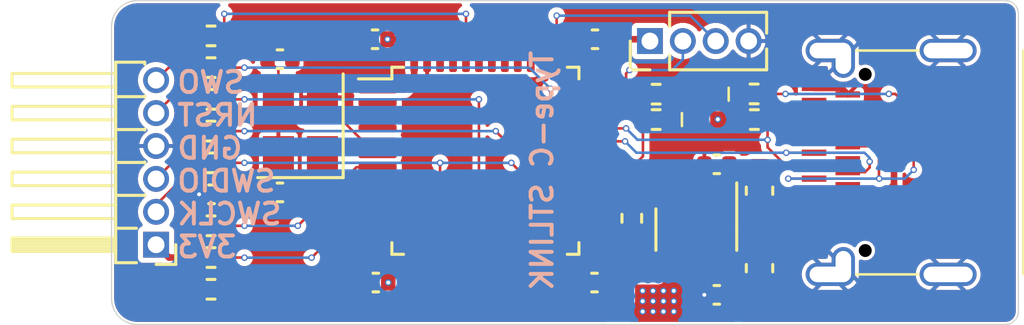
<source format=kicad_pcb>
(kicad_pcb (version 20221018) (generator pcbnew)
  (title_block (title "stlink-fake") (date "2023-03-12") (rev "V1.0.1") (company "DIY"))
  (layers (0 "F.Cu" signal) (1 "In1.Cu" power) (2 "In2.Cu" power) (31 "B.Cu" signal) (34 "B.Paste" user) (35 "F.Paste" user) (36 "B.SilkS" user "B.Silkscreen") (37 "F.SilkS" user "F.Silkscreen") (38 "B.Mask" user) (39 "F.Mask" user) (44 "Edge.Cuts" user))
  (net 0 "")
  (net 1 "+5V")
  (net 2 "GND")
  (net 3 "+3V3")
  (net 4 "Net-(U2-PD1)")
  (net 5 "Net-(U2-PD0)")
  (net 6 "/NRST")
  (net 7 "Net-(D1-A)")
  (net 8 "Net-(D2-K)")
  (net 9 "/SWCLK")
  (net 10 "/SWDIO")
  (net 11 "Net-(J2-Pin_5)")
  (net 12 "Net-(J2-Pin_6)")
  (net 13 "/STM_JTMS")
  (net 14 "/STM_JTCK")
  (net 17 "Net-(J4-CC1)")
  (net 18 "/STLINK_USB_DP+")
  (net 19 "/STLINK_USB_DM-")
  (net 28 "/LED_STLINK")
  (net 29 "/T_JTCK")
  (net 30 "/T_JTMS")
  (net 31 "/T_NRST")
  (net 32 "/SWO")
  (net 33 "/BOOT0")
  (net 34 "/T_SWDIO_IN")
  (net 35 "Net-(U2-PA0)")
  (footprint "Resistor_SMD:R_0402_1005Metric" (layer "F.Cu") (at 103.84 111.14)
    (fp_text reference "R13" hide)
    (fp_text value "4K7" hide)
    (pad "1" smd roundrect (at -0.51 0) (size 0.54 0.64) (layers "F.Cu" "F.Paste" "F.Mask") (net 2 "GND"))
    (pad "2" smd roundrect (at 0.51 0) (size 0.54 0.64) (layers "F.Cu" "F.Paste" "F.Mask") (net 35 "Net-(U2-PA0)"))
  )
  (footprint "Resistor_SMD:R_0402_1005Metric" (layer "F.Cu") (at 103.84 101.36 180)
    (fp_text reference "R9" hide)
    (fp_text value "100K" hide)
    (pad "1" smd roundrect (at -0.51 0 180) (size 0.54 0.64) (layers "F.Cu" "F.Paste" "F.Mask") (net 33 "/BOOT0"))
    (pad "2" smd roundrect (at 0.51 0 180) (size 0.54 0.64) (layers "F.Cu" "F.Paste" "F.Mask") (net 2 "GND"))
  )
  (footprint "Resistor_SMD:R_0402_1005Metric" (layer "F.Cu") (at 121.02 104.59 180)
    (fp_text reference "R2" hide)
    (fp_text value "100" hide)
    (pad "1" smd roundrect (at -0.51 0 180) (size 0.54 0.64) (layers "F.Cu" "F.Paste" "F.Mask") (net 8 "Net-(D2-K)"))
    (pad "2" smd roundrect (at 0.51 0 180) (size 0.54 0.64) (layers "F.Cu" "F.Paste" "F.Mask") (net 28 "/LED_STLINK"))
  )
  (footprint "Resistor_SMD:R_0402_1005Metric" (layer "F.Cu") (at 103.84 103.81 180)
    (fp_text reference "R6" hide)
    (fp_text value "22" hide)
    (pad "1" smd roundrect (at -0.51 0 180) (size 0.54 0.64) (layers "F.Cu" "F.Paste" "F.Mask") (net 31 "/T_NRST"))
    (pad "2" smd roundrect (at 0.51 0 180) (size 0.54 0.64) (layers "F.Cu" "F.Paste" "F.Mask") (net 11 "Net-(J2-Pin_5)"))
  )
  (footprint "Capacitor_SMD:C_0402_1005Metric" (layer "F.Cu") (at 123.36 111.355 180)
    (fp_text reference "C8" hide)
    (fp_text value "100nF" hide)
    (pad "1" smd roundrect (at -0.48 0 180) (size 0.56 0.62) (layers "F.Cu" "F.Paste" "F.Mask") (net 3 "+3V3"))
    (pad "2" smd roundrect (at 0.48 0 180) (size 0.56 0.62) (layers "F.Cu" "F.Paste" "F.Mask") (net 2 "GND"))
  )
  (footprint "Capacitor_SMD:C_0603_1608Metric" (layer "F.Cu") (at 125.01 107.335 -90)
    (fp_text reference "C2" hide)
    (fp_text value "10uF" hide)
    (pad "1" smd roundrect (at -0.775 0 270) (size 0.9 0.95) (layers "F.Cu" "F.Paste" "F.Mask") (net 1 "+5V"))
    (pad "2" smd roundrect (at 0.775 0 270) (size 0.9 0.95) (layers "F.Cu" "F.Paste" "F.Mask") (net 2 "GND"))
  )
  (footprint "Capacitor_SMD:C_0402_1005Metric" (layer "F.Cu") (at 118.64 110.88)
    (fp_text reference "C5" hide)
    (fp_text value "100nF" hide)
    (pad "1" smd roundrect (at -0.48 0) (size 0.56 0.62) (layers "F.Cu" "F.Paste" "F.Mask") (net 3 "+3V3"))
    (pad "2" smd roundrect (at 0.48 0) (size 0.56 0.62) (layers "F.Cu" "F.Paste" "F.Mask") (net 2 "GND"))
  )
  (footprint "Capacitor_SMD:C_0402_1005Metric" (layer "F.Cu") (at 106.5 107.4)
    (fp_text reference "C9" hide)
    (fp_text value "10pF" hide)
    (pad "1" smd roundrect (at -0.48 0) (size 0.56 0.62) (layers "F.Cu" "F.Paste" "F.Mask") (net 2 "GND"))
    (pad "2" smd roundrect (at 0.48 0) (size 0.56 0.62) (layers "F.Cu" "F.Paste" "F.Mask") (net 4 "Net-(U2-PD1)"))
  )
  (footprint "Resistor_SMD:R_0402_1005Metric" (layer "F.Cu") (at 124.81 104.59)
    (fp_text reference "R8" hide)
    (fp_text value "1.5K" hide)
    (pad "1" smd roundrect (at -0.51 0) (size 0.54 0.64) (layers "F.Cu" "F.Paste" "F.Mask") (net 3 "+3V3"))
    (pad "2" smd roundrect (at 0.51 0) (size 0.54 0.64) (layers "F.Cu" "F.Paste" "F.Mask") (net 18 "/STLINK_USB_DP+"))
  )
  (footprint "Resistor_SMD:R_0402_1005Metric" (layer "F.Cu") (at 103.84 106.26 180)
    (fp_text reference "R4" hide)
    (fp_text value "22" hide)
    (pad "1" smd roundrect (at -0.51 0 180) (size 0.54 0.64) (layers "F.Cu" "F.Paste" "F.Mask") (net 29 "/T_JTCK"))
    (pad "2" smd roundrect (at 0.51 0 180) (size 0.54 0.64) (layers "F.Cu" "F.Paste" "F.Mask") (net 9 "/SWCLK"))
  )
  (footprint "Capacitor_SMD:C_0402_1005Metric" (layer "F.Cu") (at 110.2 110.88 180)
    (fp_text reference "C4" hide)
    (fp_text value "100nF" hide)
    (pad "1" smd roundrect (at -0.48 0 180) (size 0.56 0.62) (layers "F.Cu" "F.Paste" "F.Mask") (net 3 "+3V3"))
    (pad "2" smd roundrect (at 0.48 0 180) (size 0.56 0.62) (layers "F.Cu" "F.Paste" "F.Mask") (net 2 "GND"))
  )
  (footprint "selfdefined_library:USB_C_Receptacle_24Pin_Hole_SMD" (layer "F.Cu") (at 127.94 106.24 90)
    (fp_text reference "J4" hide)
    (fp_text value "USB_C_Receptacle" hide)
    (pad "" np_thru_hole circle (at -3.405 1.15 90) (size 0.5 0.5) (drill 0.5) (layers "*.Mask"))
    (pad "" np_thru_hole circle (at 3.395 1.15 90) (size 0.5 0.5) (drill 0.5) (layers "*.Mask"))
    (pad "A1" smd rect (at -2.63 -0.825 90) (size 0.24 0.95) (layers "F.Cu" "F.Paste" "F.Mask") (net 2 "GND"))
    (pad "A2" smd rect (at -2.13 -0.825 90) (size 0.24 0.95) (layers "F.Cu" "F.Paste" "F.Mask"))
    (pad "A3" smd rect (at -1.63 -0.825 90) (size 0.24 0.95) (layers "F.Cu" "F.Paste" "F.Mask"))
    (pad "A4" smd rect (at -1.13 -0.825 90) (size 0.24 0.95) (layers "F.Cu" "F.Paste" "F.Mask") (net 1 "+5V"))
    (pad "A5" smd rect (at -0.63 -0.825 90) (size 0.24 0.95) (layers "F.Cu" "F.Paste" "F.Mask") (net 17 "Net-(J4-CC1)"))
    (pad "A6" smd rect (at -0.13 -0.825 90) (size 0.24 0.95) (layers "F.Cu" "F.Paste" "F.Mask") (net 18 "/STLINK_USB_DP+"))
    (pad "A7" smd rect (at 0.37 -0.825 90) (size 0.24 0.95) (layers "F.Cu" "F.Paste" "F.Mask") (net 19 "/STLINK_USB_DM-"))
    (pad "A8" smd rect (at 0.87 -0.825 90) (size 0.24 0.95) (layers "F.Cu" "F.Paste" "F.Mask"))
    (pad "A9" smd rect (at 1.37 -0.825 90) (size 0.24 0.95) (layers "F.Cu" "F.Paste" "F.Mask") (net 1 "+5V"))
    (pad "A10" smd rect (at 1.87 -0.825 90) (size 0.24 0.95) (layers "F.Cu" "F.Paste" "F.Mask"))
    (pad "A11" smd rect (at 2.37 -0.825 90) (size 0.24 0.95) (layers "F.Cu" "F.Paste" "F.Mask"))
    (pad "A12" smd rect (at 2.87 -0.825 90) (size 0.24 0.95) (layers "F.Cu" "F.Paste" "F.Mask") (net 2 "GND"))
    (pad "B1" smd rect (at 2.62 0.475 270) (size 0.24 0.95) (layers "F.Cu" "F.Paste" "F.Mask") (net 2 "GND"))
    (pad "B2" smd rect (at 2.12 0.475 270) (size 0.24 0.95) (layers "F.Cu" "F.Paste" "F.Mask"))
    (pad "B3" smd rect (at 1.62 0.475 270) (size 0.24 0.95) (layers "F.Cu" "F.Paste" "F.Mask"))
    (pad "B4" smd rect (at 1.12 0.475 270) (size 0.24 0.95) (layers "F.Cu" "F.Paste" "F.Mask") (net 1 "+5V"))
    (pad "B5" smd rect (at 0.62 0.475 270) (size 0.24 0.95) (layers "F.Cu" "F.Paste" "F.Mask") (net 17 "Net-(J4-CC1)"))
    (pad "B6" smd rect (at 0.12 0.475 270) (size 0.24 0.95) (layers "F.Cu" "F.Paste" "F.Mask") (net 18 "/STLINK_USB_DP+"))
    (pad "B7" smd rect (at -0.38 0.475 270) (size 0.24 0.95) (layers "F.Cu" "F.Paste" "F.Mask") (net 19 "/STLINK_USB_DM-"))
    (pad "B8" smd rect (at -0.88 0.475 270) (size 0.24 0.95) (layers "F.Cu" "F.Paste" "F.Mask"))
    (pad "B9" smd rect (at -1.38 0.475 270) (size 0.24 0.95) (layers "F.Cu" "F.Paste" "F.Mask") (net 1 "+5V"))
    (pad "B10" smd rect (at -1.88 0.475 270) (size 0.24 0.95) (layers "F.Cu" "F.Paste" "F.Mask"))
    (pad "B11" smd rect (at -2.38 0.475 270) (size 0.24 0.95) (layers "F.Cu" "F.Paste" "F.Mask"))
    (pad "B12" smd rect (at -2.88 0.475 270) (size 0.24 0.95) (layers "F.Cu" "F.Paste" "F.Mask") (net 2 "GND"))
    (pad "S1" thru_hole oval (at -4.325 -0.2 90) (size 0.9 1.9) (drill oval 0.6 1.6) (layers "*.Cu" "*.Mask") (net 2 "GND"))
    (pad "S1" thru_hole oval (at -4.325 4.35 90) (size 0.9 2.2) (drill oval 0.6 1.9) (layers "*.Cu" "*.Mask") (net 2 "GND"))
    (pad "S1" thru_hole oval (at -4.02 0.305 90) (size 1.5 0.9) (drill oval 1.2 0.6) (layers "*.Cu" "*.Mask") (net 2 "GND"))
    (pad "S1" thru_hole oval (at 4.01 0.305 90) (size 1.5 0.9) (drill oval 1.2 0.6) (layers "*.Cu" "*.Mask") (net 2 "GND"))
    (pad "S1" thru_hole oval (at 4.315 -0.2 90) (size 0.9 1.9) (drill oval 0.6 1.6) (layers "*.Cu" "*.Mask") (net 2 "GND"))
    (pad "S1" thru_hole oval (at 4.315 4.35 90) (size 0.9 2.2) (drill oval 0.6 1.9) (layers "*.Cu" "*.Mask") (net 2 "GND"))
  )
  (footprint "Resistor_SMD:R_0402_1005Metric" (layer "F.Cu") (at 103.84 102.585 180)
    (fp_text reference "R7" hide)
    (fp_text value "22" hide)
    (pad "1" smd roundrect (at -0.51 0 180) (size 0.54 0.64) (layers "F.Cu" "F.Paste" "F.Mask") (net 32 "/SWO"))
    (pad "2" smd roundrect (at 0.51 0 180) (size 0.54 0.64) (layers "F.Cu" "F.Paste" "F.Mask") (net 12 "Net-(J2-Pin_6)"))
  )
  (footprint "Package_TO_SOT_SMD:SOT-23-5" (layer "F.Cu") (at 122.57 108.835 -90)
    (fp_text reference "U1" hide)
    (fp_text value "Regulator_Linear_XC6220B331MR" hide)
    (pad "1" smd roundrect (at -1.1375 -0.95 270) (size 1.325 0.6) (layers "F.Cu" "F.Paste" "F.Mask") (net 1 "+5V"))
    (pad "2" smd roundrect (at -1.1375 0 270) (size 1.325 0.6) (layers "F.Cu" "F.Paste" "F.Mask") (net 2 "GND"))
    (pad "3" smd roundrect (at -1.1375 0.95 270) (size 1.325 0.6) (layers "F.Cu" "F.Paste" "F.Mask") (net 1 "+5V"))
    (pad "4" smd roundrect (at 1.1375 0.95 270) (size 1.325 0.6) (layers "F.Cu" "F.Paste" "F.Mask"))
    (pad "5" smd roundrect (at 1.1375 -0.95 270) (size 1.325 0.6) (layers "F.Cu" "F.Paste" "F.Mask") (net 3 "+3V3"))
  )
  (footprint "Resistor_SMD:R_0402_1005Metric" (layer "F.Cu") (at 103.84 109.915 180)
    (fp_text reference "R12" hide)
    (fp_text value "4K7" hide)
    (pad "1" smd roundrect (at -0.51 0 180) (size 0.54 0.64) (layers "F.Cu" "F.Paste" "F.Mask") (net 35 "Net-(U2-PA0)"))
    (pad "2" smd roundrect (at 0.51 0 180) (size 0.54 0.64) (layers "F.Cu" "F.Paste" "F.Mask") (net 3 "+3V3"))
  )
  (footprint "Capacitor_SMD:C_0603_1608Metric" (layer "F.Cu") (at 125.01 110.325 90)
    (fp_text reference "C7" hide)
    (fp_text value "10uF" hide)
    (pad "1" smd roundrect (at -0.775 0 90) (size 0.9 0.95) (layers "F.Cu" "F.Paste" "F.Mask") (net 3 "+3V3"))
    (pad "2" smd roundrect (at 0.775 0 90) (size 0.9 0.95) (layers "F.Cu" "F.Paste" "F.Mask") (net 2 "GND"))
  )
  (footprint "Connector_PinHeader_1.27mm:PinHeader_1x06_P1.27mm_Horizontal" (layer "F.Cu") (at 101.72 109.42 180)
    (fp_text reference "J2" hide)
    (fp_text value "Conn_01x06" hide)
    (pad "1" thru_hole rect (at 0 0 180) (size 1 1) (drill 0.65) (layers "*.Cu" "*.Mask") (net 3 "+3V3"))
    (pad "2" thru_hole oval (at 0 1.27 180) (size 1 1) (drill 0.65) (layers "*.Cu" "*.Mask") (net 9 "/SWCLK"))
    (pad "3" thru_hole oval (at 0 2.54 180) (size 1 1) (drill 0.65) (layers "*.Cu" "*.Mask") (net 10 "/SWDIO"))
    (pad "4" thru_hole oval (at 0 3.81 180) (size 1 1) (drill 0.65) (layers "*.Cu" "*.Mask") (net 2 "GND"))
    (pad "5" thru_hole oval (at 0 5.08 180) (size 1 1) (drill 0.65) (layers "*.Cu" "*.Mask") (net 11 "Net-(J2-Pin_5)"))
    (pad "6" thru_hole oval (at 0 6.35 180) (size 1 1) (drill 0.65) (layers "*.Cu" "*.Mask") (net 12 "Net-(J2-Pin_6)"))
  )
  (footprint "Resistor_SMD:R_0402_1005Metric" (layer "F.Cu") (at 124.8 103.6)
    (fp_text reference "R3" hide)
    (fp_text value "100K" hide)
    (pad "1" smd roundrect (at -0.51 0) (size 0.54 0.64) (layers "F.Cu" "F.Paste" "F.Mask") (net 2 "GND"))
    (pad "2" smd roundrect (at 0.51 0) (size 0.54 0.64) (layers "F.Cu" "F.Paste" "F.Mask") (net 17 "Net-(J4-CC1)"))
  )
  (footprint "LED_SMD:LED_0402_1005Metric" (layer "F.Cu") (at 122.92 103.61 180)
    (fp_text reference "D1" hide)
    (fp_text value "LED" hide)
    (pad "1" smd roundrect (at -0.485 0 180) (size 0.59 0.64) (layers "F.Cu" "F.Paste" "F.Mask") (net 2 "GND"))
    (pad "2" smd roundrect (at 0.485 0 180) (size 0.59 0.64) (layers "F.Cu" "F.Paste" "F.Mask") (net 7 "Net-(D1-A)"))
  )
  (footprint "Crystal:Crystal_SMD_3225-4Pin_3.2x2.5mm" (layer "F.Cu") (at 107.29 104.83 90)
    (fp_text reference "Y2" hide)
    (fp_text value "8M" hide)
    (pad "1" smd rect (at -1.1 0.85 90) (size 1.4 1.2) (layers "F.Cu" "F.Paste" "F.Mask") (net 4 "Net-(U2-PD1)"))
    (pad "2" smd rect (at 1.1 0.85 90) (size 1.4 1.2) (layers "F.Cu" "F.Paste" "F.Mask") (net 2 "GND"))
    (pad "3" smd rect (at 1.1 -0.85 90) (size 1.4 1.2) (layers "F.Cu" "F.Paste" "F.Mask") (net 5 "Net-(U2-PD0)"))
    (pad "4" smd rect (at -1.1 -0.85 90) (size 1.4 1.2) (layers "F.Cu" "F.Paste" "F.Mask") (net 2 "GND"))
  )
  (footprint "Resistor_SMD:R_0402_1005Metric" (layer "F.Cu") (at 121.02 103.61 180)
    (fp_text reference "R1" hide)
    (fp_text value "100" hide)
    (pad "1" smd roundrect (at -0.51 0 180) (size 0.54 0.64) (layers "F.Cu" "F.Paste" "F.Mask") (net 7 "Net-(D1-A)"))
    (pad "2" smd roundrect (at 0.51 0 180) (size 0.54 0.64) (layers "F.Cu" "F.Paste" "F.Mask") (net 28 "/LED_STLINK"))
  )
  (footprint "Resistor_SMD:R_0402_1005Metric" (layer "F.Cu") (at 103.84 108.69)
    (fp_text reference "R11" hide)
    (fp_text value "100K" hide)
    (pad "1" smd roundrect (at -0.51 0) (size 0.54 0.64) (layers "F.Cu" "F.Paste" "F.Mask") (net 3 "+3V3"))
    (pad "2" smd roundrect (at 0.51 0) (size 0.54 0.64) (layers "F.Cu" "F.Paste" "F.Mask") (net 6 "/NRST"))
  )
  (footprint "Capacitor_SMD:C_0402_1005Metric" (layer "F.Cu") (at 110.17 101.49 180)
    (fp_text reference "C6" hide)
    (fp_text value "100nF" hide)
    (pad "1" smd roundrect (at -0.48 0 180) (size 0.56 0.62) (layers "F.Cu" "F.Paste" "F.Mask") (net 3 "+3V3"))
    (pad "2" smd roundrect (at 0.48 0 180) (size 0.56 0.62) (layers "F.Cu" "F.Paste" "F.Mask") (net 2 "GND"))
  )
  (footprint "Package_QFP:LQFP-48_7x7mm_P0.5mm" (layer "F.Cu") (at 114.43 106.18)
    (fp_text reference "U2" hide)
    (fp_text value "MCU_ST_STM32F1_STM32F103C8Tx" hide)
    (pad "1" smd roundrect (at -4.1625 -2.75) (size 1.475 0.3) (layers "F.Cu" "F.Paste" "F.Mask") (net 3 "+3V3"))
    (pad "2" smd roundrect (at -4.1625 -2.25) (size 1.475 0.3) (layers "F.Cu" "F.Paste" "F.Mask"))
    (pad "3" smd roundrect (at -4.1625 -1.75) (size 1.475 0.3) (layers "F.Cu" "F.Paste" "F.Mask"))
    (pad "4" smd roundrect (at -4.1625 -1.25) (size 1.475 0.3) (layers "F.Cu" "F.Paste" "F.Mask"))
    (pad "5" smd roundrect (at -4.1625 -0.75) (size 1.475 0.3) (layers "F.Cu" "F.Paste" "F.Mask") (net 5 "Net-(U2-PD0)"))
    (pad "6" smd roundrect (at -4.1625 -0.25) (size 1.475 0.3) (layers "F.Cu" "F.Paste" "F.Mask") (net 4 "Net-(U2-PD1)"))
    (pad "7" smd roundrect (at -4.1625 0.25) (size 1.475 0.3) (layers "F.Cu" "F.Paste" "F.Mask") (net 6 "/NRST"))
    (pad "8" smd roundrect (at -4.1625 0.75) (size 1.475 0.3) (layers "F.Cu" "F.Paste" "F.Mask") (net 2 "GND"))
    (pad "9" smd roundrect (at -4.1625 1.25) (size 1.475 0.3) (layers "F.Cu" "F.Paste" "F.Mask") (net 3 "+3V3"))
    (pad "10" smd roundrect (at -4.1625 1.75) (size 1.475 0.3) (layers "F.Cu" "F.Paste" "F.Mask") (net 35 "Net-(U2-PA0)"))
    (pad "11" smd roundrect (at -4.1625 2.25) (size 1.475 0.3) (layers "F.Cu" "F.Paste" "F.Mask"))
    (pad "12" smd roundrect (at -4.1625 2.75) (size 1.475 0.3) (layers "F.Cu" "F.Paste" "F.Mask"))
    (pad "13" smd roundrect (at -2.75 4.1625) (size 0.3 1.475) (layers "F.Cu" "F.Paste" "F.Mask"))
    (pad "14" smd roundrect (at -2.25 4.1625) (size 0.3 1.475) (layers "F.Cu" "F.Paste" "F.Mask"))
    (pad "15" smd roundrect (at -1.75 4.1625) (size 0.3 1.475) (layers "F.Cu" "F.Paste" "F.Mask") (net 29 "/T_JTCK"))
    (pad "16" smd roundrect (at -1.25 4.1625) (size 0.3 1.475) (layers "F.Cu" "F.Paste" "F.Mask"))
    (pad "17" smd roundrect (at -0.75 4.1625) (size 0.3 1.475) (layers "F.Cu" "F.Paste" "F.Mask"))
    (pad "18" smd roundrect (at -0.25 4.1625) (size 0.3 1.475) (layers "F.Cu" "F.Paste" "F.Mask") (net 31 "/T_NRST"))
    (pad "19" smd roundrect (at 0.25 4.1625) (size 0.3 1.475) (layers "F.Cu" "F.Paste" "F.Mask"))
    (pad "20" smd roundrect (at 0.75 4.1625) (size 0.3 1.475) (layers "F.Cu" "F.Paste" "F.Mask") (net 2 "GND"))
    (pad "21" smd roundrect (at 1.25 4.1625) (size 0.3 1.475) (layers "F.Cu" "F.Paste" "F.Mask"))
    (pad "22" smd roundrect (at 1.75 4.1625) (size 0.3 1.475) (layers "F.Cu" "F.Paste" "F.Mask"))
    (pad "23" smd roundrect (at 2.25 4.1625) (size 0.3 1.475) (layers "F.Cu" "F.Paste" "F.Mask") (net 2 "GND"))
    (pad "24" smd roundrect (at 2.75 4.1625) (size 0.3 1.475) (layers "F.Cu" "F.Paste" "F.Mask") (net 3 "+3V3"))
    (pad "25" smd roundrect (at 4.1625 2.75) (size 1.475 0.3) (layers "F.Cu" "F.Paste" "F.Mask") (net 34 "/T_SWDIO_IN"))
    (pad "26" smd roundrect (at 4.1625 2.25) (size 1.475 0.3) (layers "F.Cu" "F.Paste" "F.Mask") (net 29 "/T_JTCK"))
    (pad "27" smd roundrect (at 4.1625 1.75) (size 1.475 0.3) (layers "F.Cu" "F.Paste" "F.Mask") (net 30 "/T_JTMS"))
    (pad "28" smd roundrect (at 4.1625 1.25) (size 1.475 0.3) (layers "F.Cu" "F.Paste" "F.Mask"))
    (pad "29" smd roundrect (at 4.1625 0.75) (size 1.475 0.3) (layers "F.Cu" "F.Paste" "F.Mask"))
    (pad "30" smd roundrect (at 4.1625 0.25) (size 1.475 0.3) (layers "F.Cu" "F.Paste" "F.Mask") (net 28 "/LED_STLINK"))
    (pad "31" smd roundrect (at 4.1625 -0.25) (size 1.475 0.3) (layers "F.Cu" "F.Paste" "F.Mask") (net 32 "/SWO"))
    (pad "32" smd roundrect (at 4.1625 -0.75) (size 1.475 0.3) (layers "F.Cu" "F.Paste" "F.Mask") (net 19 "/STLINK_USB_DM-"))
    (pad "33" smd roundrect (at 4.1625 -1.25) (size 1.475 0.3) (layers "F.Cu" "F.Paste" "F.Mask") (net 18 "/STLINK_USB_DP+"))
    (pad "34" smd roundrect (at 4.1625 -1.75) (size 1.475 0.3) (layers "F.Cu" "F.Paste" "F.Mask") (net 13 "/STM_JTMS"))
    (pad "35" smd roundrect (at 4.1625 -2.25) (size 1.475 0.3) (layers "F.Cu" "F.Paste" "F.Mask") (net 2 "GND"))
    (pad "36" smd roundrect (at 4.1625 -2.75) (size 1.475 0.3) (layers "F.Cu" "F.Paste" "F.Mask") (net 3 "+3V3"))
    (pad "37" smd roundrect (at 2.75 -4.1625) (size 0.3 1.475) (layers "F.Cu" "F.Paste" "F.Mask") (net 14 "/STM_JTCK"))
    (pad "38" smd roundrect (at 2.25 -4.1625) (size 0.3 1.475) (layers "F.Cu" "F.Paste" "F.Mask"))
    (pad "39" smd roundrect (at 1.75 -4.1625) (size 0.3 1.475) (layers "F.Cu" "F.Paste" "F.Mask"))
    (pad "40" smd roundrect (at 1.25 -4.1625) (size 0.3 1.475) (layers "F.Cu" "F.Paste" "F.Mask"))
    (pad "41" smd roundrect (at 0.75 -4.1625) (size 0.3 1.475) (layers "F.Cu" "F.Paste" "F.Mask"))
    (pad "42" smd roundrect (at 0.25 -4.1625) (size 0.3 1.475) (layers "F.Cu" "F.Paste" "F.Mask"))
    (pad "43" smd roundrect (at -0.25 -4.1625) (size 0.3 1.475) (layers "F.Cu" "F.Paste" "F.Mask"))
    (pad "44" smd roundrect (at -0.75 -4.1625) (size 0.3 1.475) (layers "F.Cu" "F.Paste" "F.Mask") (net 33 "/BOOT0"))
    (pad "45" smd roundrect (at -1.25 -4.1625) (size 0.3 1.475) (layers "F.Cu" "F.Paste" "F.Mask"))
    (pad "46" smd roundrect (at -1.75 -4.1625) (size 0.3 1.475) (layers "F.Cu" "F.Paste" "F.Mask"))
    (pad "47" smd roundrect (at -2.25 -4.1625) (size 0.3 1.475) (layers "F.Cu" "F.Paste" "F.Mask") (net 2 "GND"))
    (pad "48" smd roundrect (at -2.75 -4.1625) (size 0.3 1.475) (layers "F.Cu" "F.Paste" "F.Mask") (net 3 "+3V3"))
  )
  (footprint "Resistor_SMD:R_0402_1005Metric" (layer "F.Cu") (at 120.08 108.4 90)
    (fp_text reference "R10" hide)
    (fp_text value "100" hide)
    (pad "1" smd roundrect (at -0.51 0 90) (size 0.54 0.64) (layers "F.Cu" "F.Paste" "F.Mask") (net 34 "/T_SWDIO_IN"))
    (pad "2" smd roundrect (at 0.51 0 90) (size 0.54 0.64) (layers "F.Cu" "F.Paste" "F.Mask") (net 30 "/T_JTMS"))
  )
  (footprint "Connector_PinHeader_1.27mm:PinHeader_1x04_P1.27mm_Vertical" (layer "F.Cu") (at 120.78 101.56 90)
    (fp_text reference "J3" hide)
    (fp_text value "Conn_01x04" hide)
    (pad "1" thru_hole rect (at 0 0 90) (size 1 1) (drill 0.65) (layers "*.Cu" "*.Mask") (net 3 "+3V3"))
    (pad "2" thru_hole oval (at 0 1.27 90) (size 1 1) (drill 0.65) (layers "*.Cu" "*.Mask") (net 13 "/STM_JTMS"))
    (pad "3" thru_hole oval (at 0 2.54 90) (size 1 1) (drill 0.65) (layers "*.Cu" "*.Mask") (net 14 "/STM_JTCK"))
    (pad "4" thru_hole oval (at 0 3.81 90) (size 1 1) (drill 0.65) (layers "*.Cu" "*.Mask") (net 2 "GND"))
  )
  (footprint "Capacitor_SMD:C_0402_1005Metric" (layer "F.Cu") (at 118.66 101.49 180)
    (fp_text reference "C3" hide)
    (fp_text value "100nF" hide)
    (pad "1" smd roundrect (at -0.48 0 180) (size 0.56 0.62) (layers "F.Cu" "F.Paste" "F.Mask") (net 3 "+3V3"))
    (pad "2" smd roundrect (at 0.48 0 180) (size 0.56 0.62) (layers "F.Cu" "F.Paste" "F.Mask") (net 2 "GND"))
  )
  (footprint "Capacitor_SMD:C_0402_1005Metric" (layer "F.Cu") (at 123.36 106.315 180)
    (fp_text reference "C1" hide)
    (fp_text value "100nF" hide)
    (pad "1" smd roundrect (at -0.48 0 180) (size 0.56 0.62) (layers "F.Cu" "F.Paste" "F.Mask") (net 1 "+5V"))
    (pad "2" smd roundrect (at 0.48 0 180) (size 0.56 0.62) (layers "F.Cu" "F.Paste" "F.Mask") (net 2 "GND"))
  )
  (footprint "Capacitor_SMD:C_0402_1005Metric" (layer "F.Cu") (at 103.86 107.475 180)
    (fp_text reference "C11" hide)
    (fp_text value "100nF" hide)
    (pad "1" smd roundrect (at -0.48 0 180) (size 0.56 0.62) (layers "F.Cu" "F.Paste" "F.Mask") (net 6 "/NRST"))
    (pad "2" smd roundrect (at 0.48 0 180) (size 0.56 0.62) (layers "F.Cu" "F.Paste" "F.Mask") (net 2 "GND"))
  )
  (footprint "Resistor_SMD:R_0402_1005Metric" (layer "F.Cu") (at 103.84 105.035 180)
    (fp_text reference "R5" hide)
    (fp_text value "22" hide)
    (pad "1" smd roundrect (at -0.51 0 180) (size 0.54 0.64) (layers "F.Cu" "F.Paste" "F.Mask") (net 30 "/T_JTMS"))
    (pad "2" smd roundrect (at 0.51 0 180) (size 0.54 0.64) (layers "F.Cu" "F.Paste" "F.Mask") (net 10 "/SWDIO"))
  )
  (footprint "Capacitor_SMD:C_0402_1005Metric" (layer "F.Cu") (at 106.5 102.26 180)
    (fp_text reference "C10" hide)
    (fp_text value "10pF" hide)
    (pad "1" smd roundrect (at -0.48 0 180) (size 0.56 0.62) (layers "F.Cu" "F.Paste" "F.Mask") (net 2 "GND"))
    (pad "2" smd roundrect (at 0.48 0 180) (size 0.56 0.62) (layers "F.Cu" "F.Paste" "F.Mask") (net 5 "Net-(U2-PD0)"))
  )
  (footprint "LED_SMD:LED_0402_1005Metric" (layer "F.Cu") (at 122.915 104.59)
    (fp_text reference "D2" hide)
    (fp_text value "LED" hide)
    (pad "1" smd roundrect (at -0.485 0) (size 0.59 0.64) (layers "F.Cu" "F.Paste" "F.Mask") (net 8 "Net-(D2-K)"))
    (pad "2" smd roundrect (at 0.485 0) (size 0.59 0.64) (layers "F.Cu" "F.Paste" "F.Mask") (net 3 "+3V3"))
  )
  (gr_arc (start 135 112) (mid 134.853553 112.353553) (end 134.5 112.5) (stroke (width 0.05)) (layer "Edge.Cuts"))
  (gr_line (start 101 100) (end 134.5 100) (stroke (width 0.05)) (layer "Edge.Cuts"))
  (gr_arc (start 134.5 100) (mid 134.853553 100.146447) (end 135 100.5) (stroke (width 0.05)) (layer "Edge.Cuts"))
  (gr_line (start 135 100.5) (end 135 112) (stroke (width 0.05)) (layer "Edge.Cuts"))
  (gr_arc (start 100 101) (mid 100.292893 100.292893) (end 101 100) (stroke (width 0.05)) (layer "Edge.Cuts"))
  (gr_line (start 134.5 112.5) (end 101 112.5) (stroke (width 0.05)) (layer "Edge.Cuts"))
  (gr_line (start 100 111.5) (end 100 101) (stroke (width 0.05)) (layer "Edge.Cuts"))
  (gr_arc (start 101 112.5) (mid 100.292893 112.207107) (end 100 111.5) (stroke (width 0.05)) (layer "Edge.Cuts"))
  (gr_text "3V3" (at 104.902 109.982) (layer "B.SilkS") (effects (font (size 0.8128 0.8128) (thickness 0.1524) bold) (justify left bottom mirror)))
  (gr_text "Type-C STLINK" (at 117.094 101.854 90) (layer "B.SilkS") (effects (font (size 0.8128 0.8128) (thickness 0.1524) bold) (justify left bottom mirror)))
  (gr_text "SWCLK" (at 106.643714 108.712) (layer "B.SilkS") (effects (font (size 0.8128 0.8128) (thickness 0.1524) bold) (justify left bottom mirror)))
  (gr_text "SWDIO" (at 106.411486 107.442) (layer "B.SilkS") (effects (font (size 0.8128 0.8128) (thickness 0.1524) bold) (justify left bottom mirror)))
  (gr_text "SWO" (at 105.211638 103.632) (layer "B.SilkS") (effects (font (size 0.8128 0.8128) (thickness 0.1524) bold) (justify left bottom mirror)))
  (gr_text "GND" (at 105.134229 106.172) (layer "B.SilkS") (effects (font (size 0.8128 0.8128) (thickness 0.1524) bold) (justify left bottom mirror)))
  (gr_text "NRST" (at 105.7148 104.902) (layer "B.SilkS") (effects (font (size 0.8128 0.8128) (thickness 0.1524) bold) (justify left bottom mirror)))
  (segment (start 123.52 107.6975) (end 123.52 108.08458) (width 0.254) (layer "F.Cu") (net 1))
  (segment (start 128.318 107.523) (end 127.268 107.523) (width 0.254) (layer "F.Cu") (net 1))
  (segment (start 123.52 108.08458) (end 122.91758 108.687) (width 0.254) (layer "F.Cu") (net 1))
  (segment (start 122.22242 108.687) (end 121.62 108.08458) (width 0.254) (layer "F.Cu") (net 1))
  (segment (start 127.268 107.523) (end 127.115 107.37) (width 0.254) (layer "F.Cu") (net 1))
  (segment (start 125.82 107.37) (end 125.01 106.56) (width 0.254) (layer "F.Cu") (net 1))
  (segment (start 130.2 107.1) (end 129.68 107.62) (width 0.254) (layer "F.Cu") (net 1))
  (segment (start 127.115 104.87) (end 127.212 104.967) (width 0.254) (layer "F.Cu") (net 1))
  (segment (start 130.2 105.58) (end 130.2 107.1) (width 0.254) (layer "F.Cu") (net 1))
  (segment (start 123.8725 107.6975) (end 125.01 106.56) (width 0.254) (layer "F.Cu") (net 1))
  (segment (start 127.115 107.37) (end 125.82 107.37) (width 0.254) (layer "F.Cu") (net 1))
  (segment (start 121.62 108.08458) (end 121.62 107.6975) (width 0.254) (layer "F.Cu") (net 1))
  (segment (start 128.415 107.62) (end 128.318 107.523) (width 0.254) (layer "F.Cu") (net 1))
  (segment (start 127.212 104.967) (end 128.262 104.967) (width 0.254) (layer "F.Cu") (net 1))
  (segment (start 129.74 105.12) (end 130.2 105.58) (width 0.254) (layer "F.Cu") (net 1))
  (segment (start 123.84 106.315) (end 124.765 106.315) (width 0.254) (layer "F.Cu") (net 1))
  (segment (start 128.415 105.12) (end 129.74 105.12) (width 0.254) (layer "F.Cu") (net 1))
  (segment (start 129.68 107.62) (end 128.415 107.62) (width 0.254) (layer "F.Cu") (net 1))
  (segment (start 128.262 104.967) (end 128.415 105.12) (width 0.254) (layer "F.Cu") (net 1))
  (segment (start 123.52 107.6975) (end 123.8725 107.6975) (width 0.254) (layer "F.Cu") (net 1))
  (segment (start 124.765 106.315) (end 125.01 106.56) (width 0.254) (layer "F.Cu") (net 1))
  (segment (start 122.91758 108.687) (end 122.22242 108.687) (width 0.254) (layer "F.Cu") (net 1))
  (segment (start 124.28 103.61) (end 124.29 103.6) (width 0.254) (layer "F.Cu") (net 2))
  (segment (start 127.365 109.12) (end 128.415 109.12) (width 0.254) (layer "F.Cu") (net 2))
  (segment (start 127.115 108.87) (end 127.365 109.12) (width 0.254) (layer "F.Cu") (net 2))
  (segment (start 122.57 106.625) (end 122.88 106.315) (width 0.1) (layer "F.Cu") (net 2))
  (segment (start 123.405 103.61) (end 124.28 103.61) (width 0.254) (layer "F.Cu") (net 2))
  (segment (start 125.01 108.11) (end 125.01 109.55) (width 0.254) (layer "F.Cu") (net 2))
  (segment (start 122.57 107.69) (end 122.57 106.625) (width 0.1) (layer "F.Cu") (net 2))
  (segment (start 125.77 108.87) (end 125.01 108.11) (width 0.254) (layer "F.Cu") (net 2))
  (segment (start 128.165 103.37) (end 127.115 103.37) (width 0.254) (layer "F.Cu") (net 2))
  (segment (start 128.415 103.62) (end 128.165 103.37) (width 0.254) (layer "F.Cu") (net 2))
  (segment (start 127.115 108.87) (end 125.77 108.87) (width 0.254) (layer "F.Cu") (net 2))
  (via micro (at 122.88 111.355) (size 0.25) (drill 0.15) (layers "F.Cu" "B.Cu") (net 2))
  (via micro (at 103.38 107.475) (size 0.25) (drill 0.15) (layers "F.Cu" "B.Cu") (net 2))
  (segment (start 110.68 110.88) (end 110.68 110.036486) (width 0.254) (layer "F.Cu") (net 3))
  (segment (start 119.14 102.8825) (end 118.5925 103.43) (width 0.254) (layer "F.Cu") (net 3))
  (segment (start 111.332 109.384486) (end 111.332 107.688486) (width 0.254) (layer "F.Cu") (net 3))
  (segment (start 118.16 110.88) (end 117.7175 110.88) (width 0.254) (layer "F.Cu") (net 3))
  (segment (start 111.332 107.688486) (end 111.073514 107.43) (width 0.254) (layer "F.Cu") (net 3))
  (segment (start 111.68 103.06) (end 111.31 103.43) (width 0.254) (layer "F.Cu") (net 3))
  (segment (start 102.215 109.915) (end 103.33 109.915) (width 0.254) (layer "F.Cu") (net 3))
  (segment (start 103.33 108.69) (end 103.33 109.915) (width 0.254) (layer "F.Cu") (net 3))
  (segment (start 124.755 111.355) (end 125.01 111.1) (width 0.254) (layer "F.Cu") (net 3))
  (segment (start 118.16 110.88) (end 118.16 110.890438) (width 0.254) (layer "F.Cu") (net 3))
  (segment (start 119.269562 112) (end 120.5 112) (width 0.254) (layer "F.Cu") (net 3))
  (segment (start 123.84 111.355) (end 124.755 111.355) (width 0.254) (layer "F.Cu") (net 3))
  (segment (start 123.52 109.9725) (end 123.8825 109.9725) (width 0.254) (layer "F.Cu") (net 3))
  (segment (start 123.8825 109.9725) (end 125.01 111.1) (width 0.254) (layer "F.Cu") (net 3))
  (segment (start 111.1525 101.49) (end 111.68 102.0175) (width 0.254) (layer "F.Cu") (net 3))
  (segment (start 119.14 101.49) (end 120.71 101.49) (width 0.254) (layer "F.Cu") (net 3))
  (segment (start 118.16 110.890438) (end 119.269562 112) (width 0.254) (layer "F.Cu") (net 3))
  (segment (start 111.68 102.0175) (end 111.68 103.06) (width 0.254) (layer "F.Cu") (net 3))
  (segment (start 117.7175 110.88) (end 117.18 110.3425) (width 0.254) (layer "F.Cu") (net 3))
  (segment (start 111.31 103.43) (end 110.2675 103.43) (width 0.254) (layer "F.Cu") (net 3))
  (segment (start 123.4 104.59) (end 124.3 104.59) (width 0.254) (layer "F.Cu") (net 3))
  (segment (start 111.073514 107.43) (end 110.2675 107.43) (width 0.254) (layer "F.Cu") (net 3))
  (segment (start 120.71 101.49) (end 120.78 101.56) (width 0.254) (layer "F.Cu") (net 3))
  (segment (start 110.68 110.036486) (end 111.332 109.384486) (width 0.254) (layer "F.Cu") (net 3))
  (segment (start 110.65 101.49) (end 111.1525 101.49) (width 0.254) (layer "F.Cu") (net 3))
  (segment (start 101.72 109.42) (end 102.215 109.915) (width 0.254) (layer "F.Cu") (net 3))
  (segment (start 119.14 101.49) (end 119.14 102.8825) (width 0.254) (layer "F.Cu") (net 3))
  (via micro (at 121.7 111.2) (size 0.25) (drill 0.15) (layers "F.Cu" "B.Cu") (net 3))
  (via micro (at 121.3 111.6) (size 0.25) (drill 0.15) (layers "F.Cu" "B.Cu") (net 3))
  (via micro (at 120.9 111.2) (size 0.25) (drill 0.15) (layers "F.Cu" "B.Cu") (net 3))
  (via micro (at 120.5 111.2) (size 0.25) (drill 0.15) (layers "F.Cu" "B.Cu") (net 3))
  (via micro (at 110.68 110.88) (size 0.25) (drill 0.15) (layers "F.Cu" "B.Cu") (net 3))
  (via micro (at 110.65 101.49) (size 0.25) (drill 0.15) (layers "F.Cu" "B.Cu") (net 3))
  (via micro (at 121.7 112) (size 0.25) (drill 0.15) (layers "F.Cu" "B.Cu") (net 3))
  (via micro (at 123.4 104.58) (size 0.25) (drill 0.15) (layers "F.Cu" "B.Cu") (net 3))
  (via micro (at 121.3 111.2) (size 0.25) (drill 0.15) (layers "F.Cu" "B.Cu") (net 3))
  (via micro (at 120.5 112) (size 0.25) (drill 0.15) (layers "F.Cu" "B.Cu") (net 3))
  (via micro (at 121.3 112) (size 0.25) (drill 0.15) (layers "F.Cu" "B.Cu") (net 3))
  (via micro (at 121.7 111.6) (size 0.25) (drill 0.15) (layers "F.Cu" "B.Cu") (net 3))
  (via micro (at 120.9 111.6) (size 0.25) (drill 0.15) (layers "F.Cu" "B.Cu") (net 3))
  (via micro (at 120.5 111.6) (size 0.25) (drill 0.15) (layers "F.Cu" "B.Cu") (net 3))
  (via micro (at 120.9 112) (size 0.25) (drill 0.15) (layers "F.Cu" "B.Cu") (net 3))
  (segment (start 108.14 106.24) (end 106.98 107.4) (width 0.1) (layer "F.Cu") (net 4))
  (segment (start 108.14 105.93) (end 108.14 106.24) (width 0.1) (layer "F.Cu") (net 4))
  (segment (start 110.2675 105.93) (end 108.14 105.93) (width 0.1) (layer "F.Cu") (net 4))
  (segment (start 108.961802 104.68) (end 107.39 104.68) (width 0.1) (layer "F.Cu") (net 5))
  (segment (start 109.711802 105.43) (end 108.961802 104.68) (width 0.1) (layer "F.Cu") (net 5))
  (segment (start 106.02 102.26) (end 106.44 102.68) (width 0.1) (layer "F.Cu") (net 5))
  (segment (start 110.2675 105.43) (end 109.711802 105.43) (width 0.1) (layer "F.Cu") (net 5))
  (segment (start 107.39 104.68) (end 106.44 103.73) (width 0.1) (layer "F.Cu") (net 5))
  (segment (start 106.44 102.68) (end 106.44 103.73) (width 0.1) (layer "F.Cu") (net 5))
  (segment (start 107.19 108.69) (end 109.45 106.43) (width 0.1) (layer "F.Cu") (net 6))
  (segment (start 104.34 107.475) (end 104.34 108.68) (width 0.1) (layer "F.Cu") (net 6))
  (segment (start 104.34 108.68) (end 104.35 108.69) (width 0.1) (layer "F.Cu") (net 6))
  (segment (start 109.45 106.43) (end 110.2675 106.43) (width 0.1) (layer "F.Cu") (net 6))
  (segment (start 104.35 108.69) (end 105.13 108.69) (width 0.1) (layer "F.Cu") (net 6))
  (via micro (at 107.19 108.69) (size 0.25) (drill 0.15) (layers "F.Cu" "B.Cu") (net 6))
  (via micro (at 105.13 108.69) (size 0.25) (drill 0.15) (layers "F.Cu" "B.Cu") (net 6))
  (segment (start 107.19 108.69) (end 105.13 108.69) (width 0.1) (layer "B.Cu") (net 6))
  (segment (start 121.53 103.61) (end 122.435 103.61) (width 0.1) (layer "F.Cu") (net 7))
  (segment (start 121.53 104.59) (end 122.43 104.59) (width 0.1) (layer "F.Cu") (net 8))
  (segment (start 103.33 106.27) (end 101.72 107.88) (width 0.1) (layer "F.Cu") (net 9))
  (segment (start 101.72 107.88) (end 101.72 108.15) (width 0.1) (layer "F.Cu") (net 9))
  (segment (start 103.33 106.26) (end 103.33 106.27) (width 0.1) (layer "F.Cu") (net 9))
  (segment (start 103.33 105.27) (end 101.72 106.88) (width 0.1) (layer "F.Cu") (net 10))
  (segment (start 103.33 105.035) (end 103.33 105.27) (width 0.1) (layer "F.Cu") (net 10))
  (segment (start 103.33 103.81) (end 102.25 103.81) (width 0.1) (layer "F.Cu") (net 11))
  (segment (start 102.25 103.81) (end 101.72 104.34) (width 0.1) (layer "F.Cu") (net 11))
  (segment (start 102.205 102.585) (end 101.72 103.07) (width 0.1) (layer "F.Cu") (net 12))
  (segment (start 103.33 102.585) (end 102.205 102.585) (width 0.1) (layer "F.Cu") (net 12))
  (segment (start 119.86 102.81) (end 119.99 102.68) (width 0.1) (layer "F.Cu") (net 13))
  (segment (start 118.5925 104.43) (end 119.55 104.43) (width 0.1) (layer "F.Cu") (net 13))
  (segment (start 119.55 104.43) (end 119.86 104.12) (width 0.1) (layer "F.Cu") (net 13))
  (segment (start 119.86 104.12) (end 119.86 102.81) (width 0.1) (layer "F.Cu") (net 13))
  (via micro (at 119.99 102.68) (size 0.25) (drill 0.15) (layers "F.Cu" "B.Cu") (net 13))
  (segment (start 121.637106 102.68) (end 122.05 102.267106) (width 0.1) (layer "B.Cu") (net 13))
  (segment (start 122.05 102.267106) (end 122.05 101.56) (width 0.1) (layer "B.Cu") (net 13))
  (segment (start 119.99 102.68) (end 121.637106 102.68) (width 0.1) (layer "B.Cu") (net 13))
  (segment (start 117.18 102.0175) (end 117.18 100.58) (width 0.1) (layer "F.Cu") (net 14))
  (via micro (at 117.18 100.58) (size 0.25) (drill 0.15) (layers "F.Cu" "B.Cu") (net 14))
  (segment (start 122.34 100.58) (end 117.18 100.58) (width 0.1) (layer "B.Cu") (net 14))
  (segment (start 123.32 101.56) (end 122.34 100.58) (width 0.1) (layer "B.Cu") (net 14))
  (segment (start 130.25 103.6) (end 130 103.6) (width 0.1) (layer "F.Cu") (net 17))
  (segment (start 125.31 103.6) (end 126.01 103.6) (width 0.1) (layer "F.Cu") (net 17))
  (segment (start 130.96 104.31) (end 130.25 103.6) (width 0.1) (layer "F.Cu") (net 17))
  (segment (start 129.62 106.86) (end 129.62 105.92) (width 0.1) (layer "F.Cu") (net 17))
  (segment (start 130.96 106.53) (end 130.96 104.31) (width 0.1) (layer "F.Cu") (net 17))
  (segment (start 127.115 106.87) (end 126.12 106.87) (width 0.1) (layer "F.Cu") (net 17))
  (segment (start 129.32 105.62) (end 128.415 105.62) (width 0.1) (layer "F.Cu") (net 17))
  (segment (start 129.62 105.92) (end 129.32 105.62) (width 0.1) (layer "F.Cu") (net 17))
  (segment (start 128.44 105.595) (end 128.415 105.62) (width 0.1) (layer "F.Cu") (net 17))
  (segment (start 129.63 106.87) (end 129.62 106.86) (width 0.1) (layer "F.Cu") (net 17))
  (via micro (at 126.01 103.6) (size 0.25) (drill 0.15) (layers "F.Cu" "B.Cu") (net 17))
  (via micro (at 126.12 106.87) (size 0.25) (drill 0.15) (layers "F.Cu" "B.Cu") (net 17))
  (via micro (at 129.63 106.87) (size 0.25) (drill 0.15) (layers "F.Cu" "B.Cu") (net 17))
  (via micro (at 130.96 106.53) (size 0.25) (drill 0.15) (layers "F.Cu" "B.Cu") (net 17))
  (via micro (at 130 103.6) (size 0.25) (drill 0.15) (layers "F.Cu" "B.Cu") (net 17))
  (segment (start 129.63 106.87) (end 126.12 106.87) (width 0.1) (layer "B.Cu") (net 17))
  (segment (start 130.96 106.53) (end 130.62 106.87) (width 0.1) (layer "B.Cu") (net 17))
  (segment (start 130.62 106.87) (end 129.63 106.87) (width 0.1) (layer "B.Cu") (net 17))
  (segment (start 126.01 103.6) (end 130 103.6) (width 0.1) (layer "B.Cu") (net 17))
  (segment (start 125.32 104.59) (end 125.32 105.37) (width 0.1) (layer "F.Cu") (net 18))
  (segment (start 118.5925 104.93) (end 119.86 104.93) (width 0.1) (layer "F.Cu") (net 18))
  (segment (start 127.115 106.37) (end 126.03 106.37) (width 0.1) (layer "F.Cu") (net 18))
  (segment (start 128.415 106.12) (end 128.06 106.12) (width 0.1) (layer "F.Cu") (net 18))
  (segment (start 128.06 106.12) (end 127.81 106.37) (width 0.1) (layer "F.Cu") (net 18))
  (segment (start 125.32 105.66) (end 125.32 105.37) (width 0.1) (layer "F.Cu") (net 18))
  (segment (start 126.03 106.37) (end 125.32 105.66) (width 0.1) (layer "F.Cu") (net 18))
  (segment (start 127.81 106.37) (end 127.115 106.37) (width 0.1) (layer "F.Cu") (net 18))
  (via micro (at 119.86 104.93) (size 0.25) (drill 0.15) (layers "F.Cu" "B.Cu") (net 18))
  (via micro (at 125.32 105.37) (size 0.25) (drill 0.15) (layers "F.Cu" "B.Cu") (net 18))
  (segment (start 119.86 104.93) (end 120.3 105.37) (width 0.1) (layer "B.Cu") (net 18))
  (segment (start 120.3 105.37) (end 125.32 105.37) (width 0.1) (layer "B.Cu") (net 18))
  (segment (start 129.08 106.62) (end 128.415 106.62) (width 0.1) (layer "F.Cu") (net 19))
  (segment (start 118.5925 105.43) (end 119.82 105.43) (width 0.1) (layer "F.Cu") (net 19))
  (segment (start 129.26 106.44) (end 129.08 106.62) (width 0.1) (layer "F.Cu") (net 19))
  (segment (start 127.115 105.87) (end 126.04 105.87) (width 0.1) (layer "F.Cu") (net 19))
  (segment (start 129.26 106.21) (end 129.26 106.44) (width 0.1) (layer "F.Cu") (net 19))
  (via micro (at 119.82 105.43) (size 0.25) (drill 0.15) (layers "F.Cu" "B.Cu") (net 19))
  (via micro (at 129.26 106.21) (size 0.25) (drill 0.15) (layers "F.Cu" "B.Cu") (net 19))
  (via micro (at 126.04 105.87) (size 0.25) (drill 0.15) (layers "F.Cu" "B.Cu") (net 19))
  (segment (start 119.82 105.43) (end 120.26 105.87) (width 0.1) (layer "B.Cu") (net 19))
  (segment (start 129.26 106.21) (end 129.26 106.07) (width 0.1) (layer "B.Cu") (net 19))
  (segment (start 129.06 105.87) (end 126.04 105.87) (width 0.1) (layer "B.Cu") (net 19))
  (segment (start 129.26 106.07) (end 129.06 105.87) (width 0.1) (layer "B.Cu") (net 19))
  (segment (start 120.26 105.87) (end 126.04 105.87) (width 0.1) (layer "B.Cu") (net 19))
  (segment (start 120.09 106.43) (end 118.5925 106.43) (width 0.1) (layer "F.Cu") (net 28))
  (segment (start 120.51 106.01) (end 120.09 106.43) (width 0.1) (layer "F.Cu") (net 28))
  (segment (start 120.51 103.61) (end 120.51 104.59) (width 0.1) (layer "F.Cu") (net 28))
  (segment (start 120.51 104.59) (end 120.51 106.01) (width 0.1) (layer "F.Cu") (net 28))
  (segment (start 112.68 110.3425) (end 112.68 106.26) (width 0.1) (layer "F.Cu") (net 29))
  (segment (start 117.6 108.43) (end 118.5925 108.43) (width 0.1) (layer "F.Cu") (net 29))
  (segment (start 104.35 106.26) (end 105.12 106.26) (width 0.1) (layer "F.Cu") (net 29))
  (segment (start 115.43 106.26) (end 117.6 108.43) (width 0.1) (layer "F.Cu") (net 29))
  (via micro (at 105.13 106.26) (size 0.25) (drill 0.15) (layers "F.Cu" "B.Cu") (net 29))
  (via micro (at 115.43 106.26) (size 0.25) (drill 0.15) (layers "F.Cu" "B.Cu") (net 29))
  (via micro (at 112.68 106.26) (size 0.25) (drill 0.15) (layers "F.Cu" "B.Cu") (net 29))
  (segment (start 105.13 106.26) (end 112.68 106.26) (width 0.1) (layer "B.Cu") (net 29))
  (segment (start 115.43 106.26) (end 112.68 106.26) (width 0.1) (layer "B.Cu") (net 29))
  (segment (start 114.83 105.035) (end 114.83 105.04) (width 0.1) (layer "F.Cu") (net 30))
  (segment (start 120.04 107.93) (end 120.08 107.89) (width 0.1) (layer "F.Cu") (net 30))
  (segment (start 114.83 105.04) (end 117.72 107.93) (width 0.1) (layer "F.Cu") (net 30))
  (segment (start 104.35 105.035) (end 105.13 105.035) (width 0.1) (layer "F.Cu") (net 30))
  (segment (start 118.5925 107.93) (end 120.04 107.93) (width 0.1) (layer "F.Cu") (net 30))
  (segment (start 117.72 107.93) (end 118.5925 107.93) (width 0.1) (layer "F.Cu") (net 30))
  (via micro (at 105.13 105.035) (size 0.25) (drill 0.15) (layers "F.Cu" "B.Cu") (net 30))
  (via micro (at 114.83 105.035) (size 0.25) (drill 0.15) (layers "F.Cu" "B.Cu") (net 30))
  (segment (start 105.13 105.035) (end 114.83 105.035) (width 0.1) (layer "B.Cu") (net 30))
  (segment (start 114.18 110.3425) (end 114.18 103.81) (width 0.1) (layer "F.Cu") (net 31))
  (segment (start 104.35 103.81) (end 105.13 103.81) (width 0.1) (layer "F.Cu") (net 31))
  (via micro (at 105.13 103.81) (size 0.25) (drill 0.15) (layers "F.Cu" "B.Cu") (net 31))
  (via micro (at 114.18 103.81) (size 0.25) (drill 0.15) (layers "F.Cu" "B.Cu") (net 31))
  (segment (start 105.13 103.81) (end 114.18 103.81) (width 0.1) (layer "B.Cu") (net 31))
  (segment (start 104.35 102.585) (end 105.13 102.585) (width 0.1) (layer "F.Cu") (net 32))
  (segment (start 118.5925 105.93) (end 118.036802 105.93) (width 0.1) (layer "F.Cu") (net 32))
  (segment (start 116.94 104.833198) (end 116.94 103.4) (width 0.1) (layer "F.Cu") (net 32))
  (segment (start 118.036802 105.93) (end 116.94 104.833198) (width 0.1) (layer "F.Cu") (net 32))
  (via micro (at 116.94 103.4) (size 0.25) (drill 0.15) (layers "F.Cu" "B.Cu") (net 32))
  (via micro (at 105.13 102.585) (size 0.25) (drill 0.15) (layers "F.Cu" "B.Cu") (net 32))
  (segment (start 105.13 102.585) (end 116.125 102.585) (width 0.1) (layer "B.Cu") (net 32))
  (segment (start 116.125 102.585) (end 116.94 103.4) (width 0.1) (layer "B.Cu") (net 32))
  (segment (start 113.68 102.0175) (end 113.68 100.51) (width 0.1) (layer "F.Cu") (net 33))
  (segment (start 104.35 100.51) (end 104.35 101.36) (width 0.1) (layer "F.Cu") (net 33))
  (via micro (at 104.35 100.51) (size 0.25) (drill 0.15) (layers "F.Cu" "B.Cu") (net 33))
  (via micro (at 113.68 100.51) (size 0.25) (drill 0.15) (layers "F.Cu" "B.Cu") (net 33))
  (segment (start 113.68 100.51) (end 104.35 100.51) (width 0.1) (layer "B.Cu") (net 33))
  (segment (start 120.06 108.93) (end 120.08 108.91) (width 0.1) (layer "F.Cu") (net 34))
  (segment (start 118.5925 108.93) (end 120.06 108.93) (width 0.1) (layer "F.Cu") (net 34))
  (segment (start 107.72 109.92) (end 107.721802 109.92) (width 0.1) (layer "F.Cu") (net 35))
  (segment (start 104.35 109.915) (end 104.35 111.14) (width 0.1) (layer "F.Cu") (net 35))
  (segment (start 109.711802 107.93) (end 110.2675 107.93) (width 0.1) (layer "F.Cu") (net 35))
  (segment (start 107.721802 109.92) (end 109.711802 107.93) (width 0.1) (layer "F.Cu") (net 35))
  (segment (start 104.35 109.915) (end 105.125 109.915) (width 0.1) (layer "F.Cu") (net 35))
  (segment (start 105.125 109.915) (end 105.13 109.92) (width 0.1) (layer "F.Cu") (net 35))
  (via micro (at 105.13 109.92) (size 0.25) (drill 0.15) (layers "F.Cu" "B.Cu") (net 35))
  (via micro (at 107.72 109.92) (size 0.25) (drill 0.15) (layers "F.Cu" "B.Cu") (net 35))
  (segment (start 107.72 109.92) (end 105.13 109.92) (width 0.1) (layer "B.Cu") (net 35))
  (zone (net 3) (net_name "+3V3") (layer "F.Cu") (connect_pads (clearance 0.1)) (min_thickness 0.1) (fill yes (thermal_gap 0.1) (thermal_bridge_width 0.1))
    (polygon (pts (xy 124.25 112.5) (xy 120 112.5) (xy 120 110.75) (xy 122.25 110.75) (xy 122.25 111.75) (xy 123.6 111.75) (xy 123.6 111.15) (xy 124.05 111.15) (xy 124.05 111.3) (xy 124.25 111.3)))
  )
  (zone (net 2) (net_name "GND") (layer "F.Cu") (priority 3) (connect_pads (clearance 0.15)) (min_thickness 0.15) (fill yes (thermal_gap 0.15) (thermal_bridge_width 0.15))
    (polygon (pts (xy 135 112.5) (xy 124.25 112.5) (xy 124.25 111.3) (xy 123.6 111.3) (xy 123.6 111.75) (xy 122.25 111.75) (xy 122.25 110.75) (xy 120 110.75) (xy 120 112.5) (xy 100 112.5) (xy 100 100) (xy 135 100)))
  )
  (zone (net 2) (net_name "GND") (layer "B.Cu") (priority 4) (connect_pads (clearance 0.15)) (min_thickness 0.15) (fill yes (thermal_gap 0.15) (thermal_bridge_width 0.15))
    (polygon (pts (xy 135 112.5) (xy 100 112.5) (xy 100 100) (xy 135 100)))
  )
)
</source>
